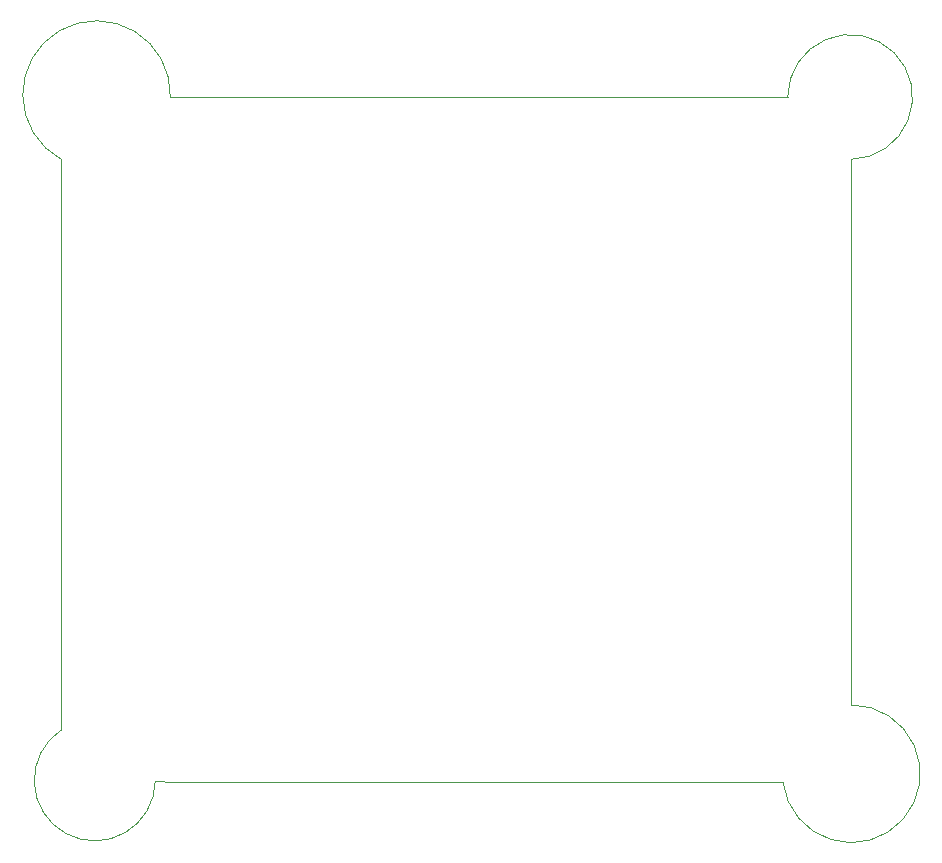
<source format=gbr>
%TF.GenerationSoftware,KiCad,Pcbnew,8.0.7*%
%TF.CreationDate,2025-04-18T15:45:10+02:00*%
%TF.ProjectId,DataLogger,44617461-4c6f-4676-9765-722e6b696361,V1.0*%
%TF.SameCoordinates,Original*%
%TF.FileFunction,Profile,NP*%
%FSLAX46Y46*%
G04 Gerber Fmt 4.6, Leading zero omitted, Abs format (unit mm)*
G04 Created by KiCad (PCBNEW 8.0.7) date 2025-04-18 15:45:10*
%MOMM*%
%LPD*%
G01*
G04 APERTURE LIST*
%TA.AperFunction,Profile*%
%ADD10C,0.050000*%
%TD*%
G04 APERTURE END LIST*
D10*
X128649122Y-137448244D02*
X180187600Y-137464800D01*
X180593024Y-79451200D02*
G75*
G02*
X185978800Y-84734399I5284176J0D01*
G01*
X119094126Y-84744695D02*
G75*
G02*
X128320798Y-79451200I2978274J5496695D01*
G01*
X119094126Y-84744695D02*
X119075200Y-84779624D01*
X127043493Y-137376762D02*
X128649122Y-137448244D01*
X185978800Y-130918894D02*
X185978800Y-84734400D01*
X119075200Y-84779624D02*
X119075200Y-133050776D01*
X128320799Y-79451200D02*
X180593024Y-79451200D01*
X185978800Y-130918894D02*
G75*
G02*
X180187601Y-137464800I0J-5834706D01*
G01*
X127043493Y-137376762D02*
G75*
G02*
X119075200Y-133050776I-5123493J64362D01*
G01*
M02*

</source>
